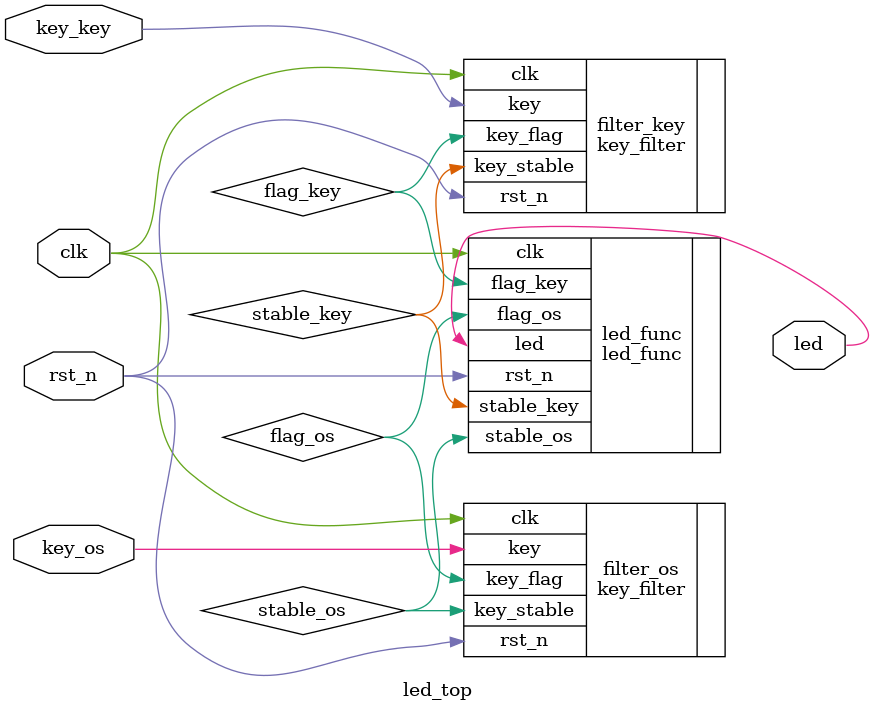
<source format=v>
/**************************************************
DATE:		2018.10.18
PROGRAMER:	cnst.deer
FUNCTION:	基础框架搭建

PROBLEM:	1.假设片内RC振荡器时钟为128k
			2.假设存在复位信号
			3.key_os 与 key_key 的优先级不明
***************************************************/


module led_top(
	clk,
	rst_n,
	key_os,
	key_key,
	
	led
);

input clk,rst_n,key_os,key_key;
output wire led;

wire clk,rst_n;
wire stable_os,stable_key;


//////////////////////////////////////////////////




//例化key_os
key_filter filter_os(
	.clk		(clk),
	.rst_n		(rst_n),
	.key		(key_os),
	
	.key_stable	(stable_os),
	.key_flag	(flag_os)
);



//例化key_key
key_filter filter_key(
	.clk		(clk),
	.rst_n		(rst_n),
	.key		(key_key),

	.key_stable	(stable_key),
	.key_flag	(flag_key)
);




//例化led功能模块
led_func led_func(
	.clk			(clk),
	.rst_n		(rst_n),
	.flag_os		(flag_os),
	.stable_os	(stable_os),
	.flag_key	(flag_key),
	.stable_key	(stable_key),

	.led		(led)
);

/////////////////////////////////////////////////////

endmodule 

</source>
